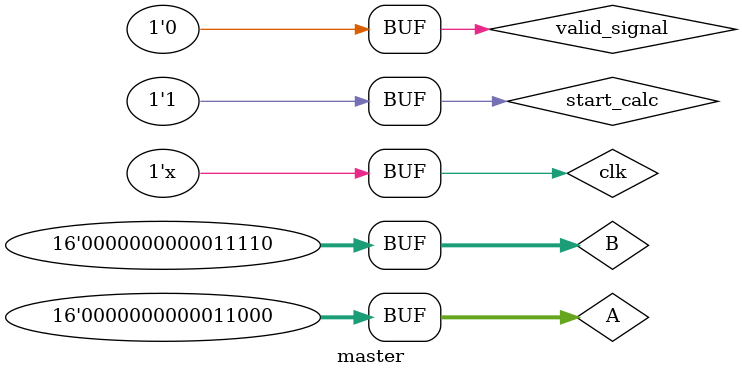
<source format=v>
module master;
	reg [15:0] A,B;
	wire [31:0] read_data;
	
	reg [31:0] result =0 ;
	reg clk = 0;
	reg valid_signal = 0,start_calc=0;
	wire ready_signal;
	
	slave sv(valid_signal,clk,start_calc,A,B,read_data,ready_signal);
	
	always #5 clk = ~clk;
	
	initial begin
		#10;
		A = 24;
		B = 30;
		valid_signal = 1;
		#10;
		
		start_calc = 1;
		valid_signal = 1;
		#10;
		
		valid_signal = 0;
	end
	
	always@(posedge clk) begin
		if(ready_signal == 1) begin
			
			result <= read_data;
		end
	end
	
endmodule 
</source>
